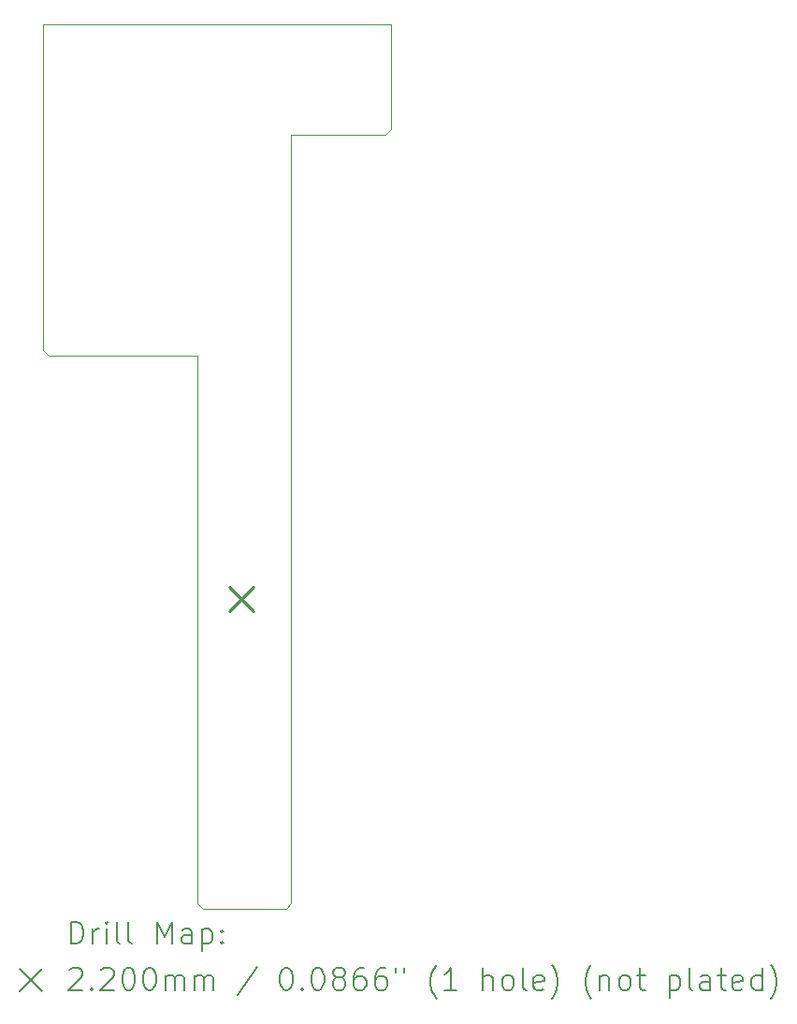
<source format=gbr>
%TF.GenerationSoftware,KiCad,Pcbnew,(6.0.10-0)*%
%TF.CreationDate,2023-11-26T23:43:02+09:00*%
%TF.ProjectId,AutoFeeder_Drum-type,4175746f-4665-4656-9465-725f4472756d,01*%
%TF.SameCoordinates,Original*%
%TF.FileFunction,Drillmap*%
%TF.FilePolarity,Positive*%
%FSLAX45Y45*%
G04 Gerber Fmt 4.5, Leading zero omitted, Abs format (unit mm)*
G04 Created by KiCad (PCBNEW (6.0.10-0)) date 2023-11-26 23:43:02*
%MOMM*%
%LPD*%
G01*
G04 APERTURE LIST*
%ADD10C,0.100000*%
%ADD11C,0.200000*%
%ADD12C,0.220000*%
G04 APERTURE END LIST*
D10*
X13650000Y-6000000D02*
X16800000Y-6000000D01*
X16800000Y-6000000D02*
X16800000Y-6950000D01*
X15900000Y-7000000D02*
X15900000Y-13950000D01*
X13700000Y-9000000D02*
X15050000Y-9000000D01*
X16750000Y-7000000D02*
X15900000Y-7000000D01*
X15050000Y-13950000D02*
X15100000Y-14000000D01*
X15850000Y-14000000D02*
X15900000Y-13950000D01*
X15100000Y-14000000D02*
X15850000Y-14000000D01*
X15050000Y-9000000D02*
X15050000Y-13950000D01*
X16750000Y-7000000D02*
X16800000Y-6950000D01*
X13650000Y-8950000D02*
X13700000Y-9000000D01*
X13650000Y-6000000D02*
X13650000Y-8950000D01*
D11*
D12*
X15340000Y-11090000D02*
X15560000Y-11310000D01*
X15560000Y-11090000D02*
X15340000Y-11310000D01*
D11*
X13902619Y-14315476D02*
X13902619Y-14115476D01*
X13950238Y-14115476D01*
X13978809Y-14125000D01*
X13997857Y-14144048D01*
X14007381Y-14163095D01*
X14016905Y-14201190D01*
X14016905Y-14229762D01*
X14007381Y-14267857D01*
X13997857Y-14286905D01*
X13978809Y-14305952D01*
X13950238Y-14315476D01*
X13902619Y-14315476D01*
X14102619Y-14315476D02*
X14102619Y-14182143D01*
X14102619Y-14220238D02*
X14112143Y-14201190D01*
X14121667Y-14191667D01*
X14140714Y-14182143D01*
X14159762Y-14182143D01*
X14226428Y-14315476D02*
X14226428Y-14182143D01*
X14226428Y-14115476D02*
X14216905Y-14125000D01*
X14226428Y-14134524D01*
X14235952Y-14125000D01*
X14226428Y-14115476D01*
X14226428Y-14134524D01*
X14350238Y-14315476D02*
X14331190Y-14305952D01*
X14321667Y-14286905D01*
X14321667Y-14115476D01*
X14455000Y-14315476D02*
X14435952Y-14305952D01*
X14426428Y-14286905D01*
X14426428Y-14115476D01*
X14683571Y-14315476D02*
X14683571Y-14115476D01*
X14750238Y-14258333D01*
X14816905Y-14115476D01*
X14816905Y-14315476D01*
X14997857Y-14315476D02*
X14997857Y-14210714D01*
X14988333Y-14191667D01*
X14969286Y-14182143D01*
X14931190Y-14182143D01*
X14912143Y-14191667D01*
X14997857Y-14305952D02*
X14978809Y-14315476D01*
X14931190Y-14315476D01*
X14912143Y-14305952D01*
X14902619Y-14286905D01*
X14902619Y-14267857D01*
X14912143Y-14248809D01*
X14931190Y-14239286D01*
X14978809Y-14239286D01*
X14997857Y-14229762D01*
X15093095Y-14182143D02*
X15093095Y-14382143D01*
X15093095Y-14191667D02*
X15112143Y-14182143D01*
X15150238Y-14182143D01*
X15169286Y-14191667D01*
X15178809Y-14201190D01*
X15188333Y-14220238D01*
X15188333Y-14277381D01*
X15178809Y-14296428D01*
X15169286Y-14305952D01*
X15150238Y-14315476D01*
X15112143Y-14315476D01*
X15093095Y-14305952D01*
X15274048Y-14296428D02*
X15283571Y-14305952D01*
X15274048Y-14315476D01*
X15264524Y-14305952D01*
X15274048Y-14296428D01*
X15274048Y-14315476D01*
X15274048Y-14191667D02*
X15283571Y-14201190D01*
X15274048Y-14210714D01*
X15264524Y-14201190D01*
X15274048Y-14191667D01*
X15274048Y-14210714D01*
X13445000Y-14545000D02*
X13645000Y-14745000D01*
X13645000Y-14545000D02*
X13445000Y-14745000D01*
X13893095Y-14554524D02*
X13902619Y-14545000D01*
X13921667Y-14535476D01*
X13969286Y-14535476D01*
X13988333Y-14545000D01*
X13997857Y-14554524D01*
X14007381Y-14573571D01*
X14007381Y-14592619D01*
X13997857Y-14621190D01*
X13883571Y-14735476D01*
X14007381Y-14735476D01*
X14093095Y-14716428D02*
X14102619Y-14725952D01*
X14093095Y-14735476D01*
X14083571Y-14725952D01*
X14093095Y-14716428D01*
X14093095Y-14735476D01*
X14178809Y-14554524D02*
X14188333Y-14545000D01*
X14207381Y-14535476D01*
X14255000Y-14535476D01*
X14274048Y-14545000D01*
X14283571Y-14554524D01*
X14293095Y-14573571D01*
X14293095Y-14592619D01*
X14283571Y-14621190D01*
X14169286Y-14735476D01*
X14293095Y-14735476D01*
X14416905Y-14535476D02*
X14435952Y-14535476D01*
X14455000Y-14545000D01*
X14464524Y-14554524D01*
X14474048Y-14573571D01*
X14483571Y-14611667D01*
X14483571Y-14659286D01*
X14474048Y-14697381D01*
X14464524Y-14716428D01*
X14455000Y-14725952D01*
X14435952Y-14735476D01*
X14416905Y-14735476D01*
X14397857Y-14725952D01*
X14388333Y-14716428D01*
X14378809Y-14697381D01*
X14369286Y-14659286D01*
X14369286Y-14611667D01*
X14378809Y-14573571D01*
X14388333Y-14554524D01*
X14397857Y-14545000D01*
X14416905Y-14535476D01*
X14607381Y-14535476D02*
X14626428Y-14535476D01*
X14645476Y-14545000D01*
X14655000Y-14554524D01*
X14664524Y-14573571D01*
X14674048Y-14611667D01*
X14674048Y-14659286D01*
X14664524Y-14697381D01*
X14655000Y-14716428D01*
X14645476Y-14725952D01*
X14626428Y-14735476D01*
X14607381Y-14735476D01*
X14588333Y-14725952D01*
X14578809Y-14716428D01*
X14569286Y-14697381D01*
X14559762Y-14659286D01*
X14559762Y-14611667D01*
X14569286Y-14573571D01*
X14578809Y-14554524D01*
X14588333Y-14545000D01*
X14607381Y-14535476D01*
X14759762Y-14735476D02*
X14759762Y-14602143D01*
X14759762Y-14621190D02*
X14769286Y-14611667D01*
X14788333Y-14602143D01*
X14816905Y-14602143D01*
X14835952Y-14611667D01*
X14845476Y-14630714D01*
X14845476Y-14735476D01*
X14845476Y-14630714D02*
X14855000Y-14611667D01*
X14874048Y-14602143D01*
X14902619Y-14602143D01*
X14921667Y-14611667D01*
X14931190Y-14630714D01*
X14931190Y-14735476D01*
X15026428Y-14735476D02*
X15026428Y-14602143D01*
X15026428Y-14621190D02*
X15035952Y-14611667D01*
X15055000Y-14602143D01*
X15083571Y-14602143D01*
X15102619Y-14611667D01*
X15112143Y-14630714D01*
X15112143Y-14735476D01*
X15112143Y-14630714D02*
X15121667Y-14611667D01*
X15140714Y-14602143D01*
X15169286Y-14602143D01*
X15188333Y-14611667D01*
X15197857Y-14630714D01*
X15197857Y-14735476D01*
X15588333Y-14525952D02*
X15416905Y-14783095D01*
X15845476Y-14535476D02*
X15864524Y-14535476D01*
X15883571Y-14545000D01*
X15893095Y-14554524D01*
X15902619Y-14573571D01*
X15912143Y-14611667D01*
X15912143Y-14659286D01*
X15902619Y-14697381D01*
X15893095Y-14716428D01*
X15883571Y-14725952D01*
X15864524Y-14735476D01*
X15845476Y-14735476D01*
X15826428Y-14725952D01*
X15816905Y-14716428D01*
X15807381Y-14697381D01*
X15797857Y-14659286D01*
X15797857Y-14611667D01*
X15807381Y-14573571D01*
X15816905Y-14554524D01*
X15826428Y-14545000D01*
X15845476Y-14535476D01*
X15997857Y-14716428D02*
X16007381Y-14725952D01*
X15997857Y-14735476D01*
X15988333Y-14725952D01*
X15997857Y-14716428D01*
X15997857Y-14735476D01*
X16131190Y-14535476D02*
X16150238Y-14535476D01*
X16169286Y-14545000D01*
X16178809Y-14554524D01*
X16188333Y-14573571D01*
X16197857Y-14611667D01*
X16197857Y-14659286D01*
X16188333Y-14697381D01*
X16178809Y-14716428D01*
X16169286Y-14725952D01*
X16150238Y-14735476D01*
X16131190Y-14735476D01*
X16112143Y-14725952D01*
X16102619Y-14716428D01*
X16093095Y-14697381D01*
X16083571Y-14659286D01*
X16083571Y-14611667D01*
X16093095Y-14573571D01*
X16102619Y-14554524D01*
X16112143Y-14545000D01*
X16131190Y-14535476D01*
X16312143Y-14621190D02*
X16293095Y-14611667D01*
X16283571Y-14602143D01*
X16274048Y-14583095D01*
X16274048Y-14573571D01*
X16283571Y-14554524D01*
X16293095Y-14545000D01*
X16312143Y-14535476D01*
X16350238Y-14535476D01*
X16369286Y-14545000D01*
X16378809Y-14554524D01*
X16388333Y-14573571D01*
X16388333Y-14583095D01*
X16378809Y-14602143D01*
X16369286Y-14611667D01*
X16350238Y-14621190D01*
X16312143Y-14621190D01*
X16293095Y-14630714D01*
X16283571Y-14640238D01*
X16274048Y-14659286D01*
X16274048Y-14697381D01*
X16283571Y-14716428D01*
X16293095Y-14725952D01*
X16312143Y-14735476D01*
X16350238Y-14735476D01*
X16369286Y-14725952D01*
X16378809Y-14716428D01*
X16388333Y-14697381D01*
X16388333Y-14659286D01*
X16378809Y-14640238D01*
X16369286Y-14630714D01*
X16350238Y-14621190D01*
X16559762Y-14535476D02*
X16521667Y-14535476D01*
X16502619Y-14545000D01*
X16493095Y-14554524D01*
X16474048Y-14583095D01*
X16464524Y-14621190D01*
X16464524Y-14697381D01*
X16474048Y-14716428D01*
X16483571Y-14725952D01*
X16502619Y-14735476D01*
X16540714Y-14735476D01*
X16559762Y-14725952D01*
X16569286Y-14716428D01*
X16578809Y-14697381D01*
X16578809Y-14649762D01*
X16569286Y-14630714D01*
X16559762Y-14621190D01*
X16540714Y-14611667D01*
X16502619Y-14611667D01*
X16483571Y-14621190D01*
X16474048Y-14630714D01*
X16464524Y-14649762D01*
X16750238Y-14535476D02*
X16712143Y-14535476D01*
X16693095Y-14545000D01*
X16683571Y-14554524D01*
X16664524Y-14583095D01*
X16655000Y-14621190D01*
X16655000Y-14697381D01*
X16664524Y-14716428D01*
X16674048Y-14725952D01*
X16693095Y-14735476D01*
X16731190Y-14735476D01*
X16750238Y-14725952D01*
X16759762Y-14716428D01*
X16769286Y-14697381D01*
X16769286Y-14649762D01*
X16759762Y-14630714D01*
X16750238Y-14621190D01*
X16731190Y-14611667D01*
X16693095Y-14611667D01*
X16674048Y-14621190D01*
X16664524Y-14630714D01*
X16655000Y-14649762D01*
X16845476Y-14535476D02*
X16845476Y-14573571D01*
X16921667Y-14535476D02*
X16921667Y-14573571D01*
X17216905Y-14811667D02*
X17207381Y-14802143D01*
X17188333Y-14773571D01*
X17178810Y-14754524D01*
X17169286Y-14725952D01*
X17159762Y-14678333D01*
X17159762Y-14640238D01*
X17169286Y-14592619D01*
X17178810Y-14564048D01*
X17188333Y-14545000D01*
X17207381Y-14516428D01*
X17216905Y-14506905D01*
X17397857Y-14735476D02*
X17283571Y-14735476D01*
X17340714Y-14735476D02*
X17340714Y-14535476D01*
X17321667Y-14564048D01*
X17302619Y-14583095D01*
X17283571Y-14592619D01*
X17635952Y-14735476D02*
X17635952Y-14535476D01*
X17721667Y-14735476D02*
X17721667Y-14630714D01*
X17712143Y-14611667D01*
X17693095Y-14602143D01*
X17664524Y-14602143D01*
X17645476Y-14611667D01*
X17635952Y-14621190D01*
X17845476Y-14735476D02*
X17826429Y-14725952D01*
X17816905Y-14716428D01*
X17807381Y-14697381D01*
X17807381Y-14640238D01*
X17816905Y-14621190D01*
X17826429Y-14611667D01*
X17845476Y-14602143D01*
X17874048Y-14602143D01*
X17893095Y-14611667D01*
X17902619Y-14621190D01*
X17912143Y-14640238D01*
X17912143Y-14697381D01*
X17902619Y-14716428D01*
X17893095Y-14725952D01*
X17874048Y-14735476D01*
X17845476Y-14735476D01*
X18026429Y-14735476D02*
X18007381Y-14725952D01*
X17997857Y-14706905D01*
X17997857Y-14535476D01*
X18178810Y-14725952D02*
X18159762Y-14735476D01*
X18121667Y-14735476D01*
X18102619Y-14725952D01*
X18093095Y-14706905D01*
X18093095Y-14630714D01*
X18102619Y-14611667D01*
X18121667Y-14602143D01*
X18159762Y-14602143D01*
X18178810Y-14611667D01*
X18188333Y-14630714D01*
X18188333Y-14649762D01*
X18093095Y-14668809D01*
X18255000Y-14811667D02*
X18264524Y-14802143D01*
X18283571Y-14773571D01*
X18293095Y-14754524D01*
X18302619Y-14725952D01*
X18312143Y-14678333D01*
X18312143Y-14640238D01*
X18302619Y-14592619D01*
X18293095Y-14564048D01*
X18283571Y-14545000D01*
X18264524Y-14516428D01*
X18255000Y-14506905D01*
X18616905Y-14811667D02*
X18607381Y-14802143D01*
X18588333Y-14773571D01*
X18578810Y-14754524D01*
X18569286Y-14725952D01*
X18559762Y-14678333D01*
X18559762Y-14640238D01*
X18569286Y-14592619D01*
X18578810Y-14564048D01*
X18588333Y-14545000D01*
X18607381Y-14516428D01*
X18616905Y-14506905D01*
X18693095Y-14602143D02*
X18693095Y-14735476D01*
X18693095Y-14621190D02*
X18702619Y-14611667D01*
X18721667Y-14602143D01*
X18750238Y-14602143D01*
X18769286Y-14611667D01*
X18778810Y-14630714D01*
X18778810Y-14735476D01*
X18902619Y-14735476D02*
X18883571Y-14725952D01*
X18874048Y-14716428D01*
X18864524Y-14697381D01*
X18864524Y-14640238D01*
X18874048Y-14621190D01*
X18883571Y-14611667D01*
X18902619Y-14602143D01*
X18931190Y-14602143D01*
X18950238Y-14611667D01*
X18959762Y-14621190D01*
X18969286Y-14640238D01*
X18969286Y-14697381D01*
X18959762Y-14716428D01*
X18950238Y-14725952D01*
X18931190Y-14735476D01*
X18902619Y-14735476D01*
X19026429Y-14602143D02*
X19102619Y-14602143D01*
X19055000Y-14535476D02*
X19055000Y-14706905D01*
X19064524Y-14725952D01*
X19083571Y-14735476D01*
X19102619Y-14735476D01*
X19321667Y-14602143D02*
X19321667Y-14802143D01*
X19321667Y-14611667D02*
X19340714Y-14602143D01*
X19378810Y-14602143D01*
X19397857Y-14611667D01*
X19407381Y-14621190D01*
X19416905Y-14640238D01*
X19416905Y-14697381D01*
X19407381Y-14716428D01*
X19397857Y-14725952D01*
X19378810Y-14735476D01*
X19340714Y-14735476D01*
X19321667Y-14725952D01*
X19531190Y-14735476D02*
X19512143Y-14725952D01*
X19502619Y-14706905D01*
X19502619Y-14535476D01*
X19693095Y-14735476D02*
X19693095Y-14630714D01*
X19683571Y-14611667D01*
X19664524Y-14602143D01*
X19626429Y-14602143D01*
X19607381Y-14611667D01*
X19693095Y-14725952D02*
X19674048Y-14735476D01*
X19626429Y-14735476D01*
X19607381Y-14725952D01*
X19597857Y-14706905D01*
X19597857Y-14687857D01*
X19607381Y-14668809D01*
X19626429Y-14659286D01*
X19674048Y-14659286D01*
X19693095Y-14649762D01*
X19759762Y-14602143D02*
X19835952Y-14602143D01*
X19788333Y-14535476D02*
X19788333Y-14706905D01*
X19797857Y-14725952D01*
X19816905Y-14735476D01*
X19835952Y-14735476D01*
X19978810Y-14725952D02*
X19959762Y-14735476D01*
X19921667Y-14735476D01*
X19902619Y-14725952D01*
X19893095Y-14706905D01*
X19893095Y-14630714D01*
X19902619Y-14611667D01*
X19921667Y-14602143D01*
X19959762Y-14602143D01*
X19978810Y-14611667D01*
X19988333Y-14630714D01*
X19988333Y-14649762D01*
X19893095Y-14668809D01*
X20159762Y-14735476D02*
X20159762Y-14535476D01*
X20159762Y-14725952D02*
X20140714Y-14735476D01*
X20102619Y-14735476D01*
X20083571Y-14725952D01*
X20074048Y-14716428D01*
X20064524Y-14697381D01*
X20064524Y-14640238D01*
X20074048Y-14621190D01*
X20083571Y-14611667D01*
X20102619Y-14602143D01*
X20140714Y-14602143D01*
X20159762Y-14611667D01*
X20235952Y-14811667D02*
X20245476Y-14802143D01*
X20264524Y-14773571D01*
X20274048Y-14754524D01*
X20283571Y-14725952D01*
X20293095Y-14678333D01*
X20293095Y-14640238D01*
X20283571Y-14592619D01*
X20274048Y-14564048D01*
X20264524Y-14545000D01*
X20245476Y-14516428D01*
X20235952Y-14506905D01*
M02*

</source>
